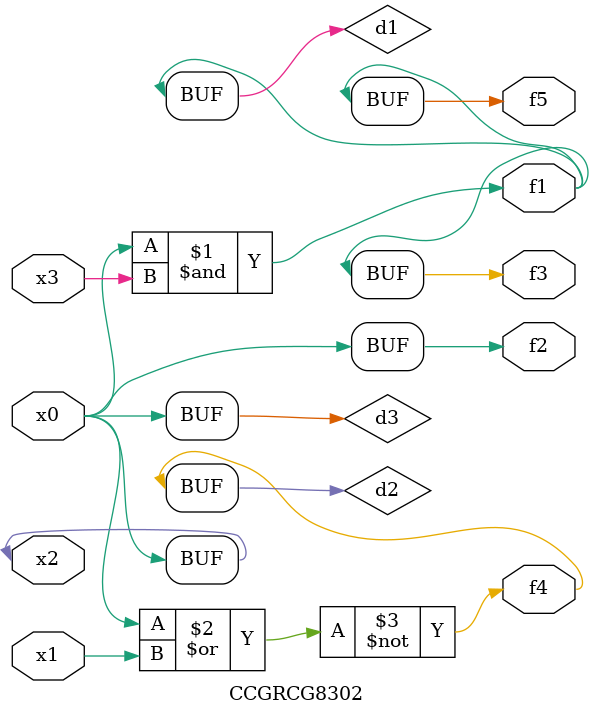
<source format=v>
module CCGRCG8302(
	input x0, x1, x2, x3,
	output f1, f2, f3, f4, f5
);

	wire d1, d2, d3;

	and (d1, x2, x3);
	nor (d2, x0, x1);
	buf (d3, x0, x2);
	assign f1 = d1;
	assign f2 = d3;
	assign f3 = d1;
	assign f4 = d2;
	assign f5 = d1;
endmodule

</source>
